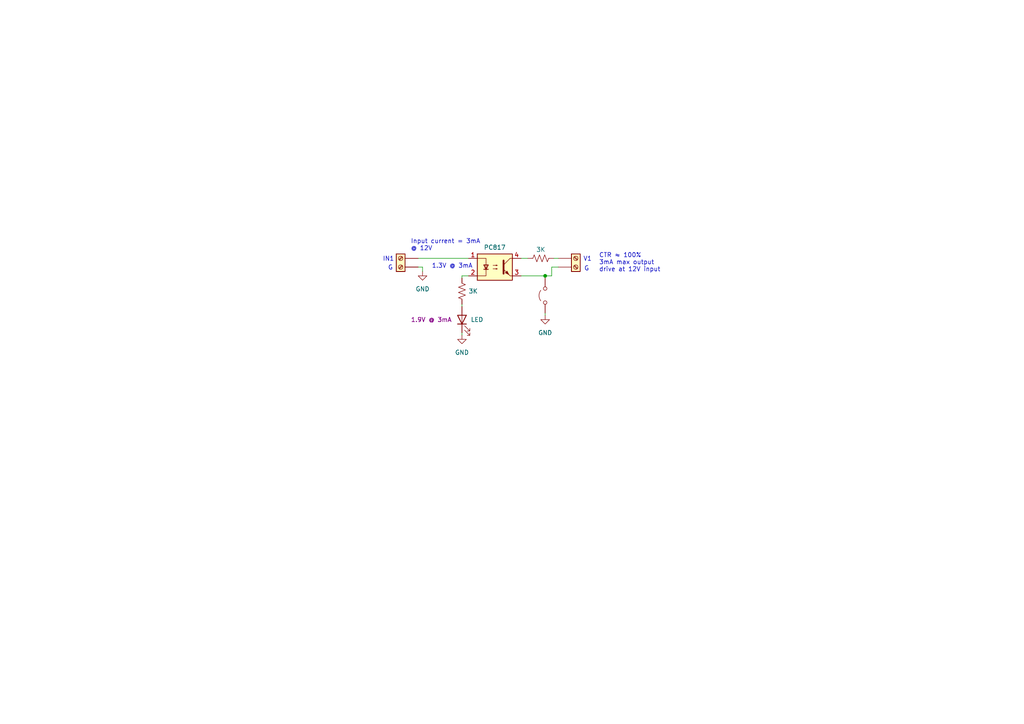
<source format=kicad_sch>
(kicad_sch (version 20211123) (generator eeschema)
  (paper "A4")
  (lib_symbols
    (symbol "Connector:Screw_Terminal_01x02" (pin_numbers hide) (pin_names (offset 1.016) hide)
      (property "Reference" "J" (at 0 2.54 0))
      (property "Value" "Screw_Terminal_01x02" (at 0 -5.08 0))
      (symbol "Screw_Terminal_01x02_1_1"
        (rectangle (start -1.27 1.27) (end 1.27 -3.81) (stroke (width 0.254)) (fill (type background)))
        (circle (center 0 -2.54) (radius 0.635) (stroke (width 0.1524)))
        (polyline (pts (xy -0.5334 -2.2098) (xy 0.3302 -3.048)) (stroke (width 0.1524)))
        (polyline (pts (xy -0.5334 0.3302) (xy 0.3302 -0.508)) (stroke (width 0.1524)))
        (polyline (pts (xy -0.3556 -2.032) (xy 0.508 -2.8702)) (stroke (width 0.1524)))
        (polyline (pts (xy -0.3556 0.508) (xy 0.508 -0.3302)) (stroke (width 0.1524)))
        (circle (center 0 0) (radius 0.635) (stroke (width 0.1524)))
        (pin passive line (at -5.08 0 0) (length 3.81) (name "Pin_1") (number "1"))
        (pin passive line (at -5.08 -2.54 0) (length 3.81) (name "Pin_2") (number "2"))
      )
    )
    (symbol "Device:LED" (pin_numbers hide) (pin_names (offset 1.016) hide)
      (property "Reference" "D" (at 0 2.54 0))
      (property "Value" "LED" (at 0 -2.54 0))
      (symbol "LED_0_1"
        (polyline (pts (xy -1.27 -1.27) (xy -1.27 1.27)) (stroke (width 0.254)))
        (polyline (pts (xy -1.27 0) (xy 1.27 0)))
        (polyline (pts (xy 1.27 -1.27) (xy 1.27 1.27) (xy -1.27 0) (xy 1.27 -1.27)) (stroke (width 0.254)))
        (polyline (pts (xy -3.048 -0.762) (xy -4.572 -2.286) (xy -3.81 -2.286) (xy -4.572 -2.286) (xy -4.572 -1.524)))
        (polyline (pts (xy -1.778 -0.762) (xy -3.302 -2.286) (xy -2.54 -2.286) (xy -3.302 -2.286) (xy -3.302 -1.524)))
      )
      (symbol "LED_1_1"
        (pin passive line (at -3.81 0 0) (length 2.54) (name "K") (number "1"))
        (pin passive line (at 3.81 0 180) (length 2.54) (name "A") (number "2"))
      )
    )
    (symbol "Device:R_US" (pin_numbers hide) (pin_names (offset 0))
      (property "Reference" "R" (at 2.54 0 90))
      (property "Value" "R_US" (at -2.54 0 90))
      (symbol "R_US_0_1"
        (polyline (pts (xy 0 -2.286) (xy 0 -2.54)))
        (polyline (pts (xy 0 2.286) (xy 0 2.54)))
        (polyline (pts (xy 0 -0.762) (xy 1.016 -1.143) (xy 0 -1.524) (xy -1.016 -1.905) (xy 0 -2.286)))
        (polyline (pts (xy 0 0.762) (xy 1.016 0.381) (xy 0 0) (xy -1.016 -0.381) (xy 0 -0.762)))
        (polyline (pts (xy 0 2.286) (xy 1.016 1.905) (xy 0 1.524) (xy -1.016 1.143) (xy 0 0.762)))
      )
      (symbol "R_US_1_1"
        (pin passive line (at 0 3.81 270) (length 1.27) (name "~") (number "1"))
        (pin passive line (at 0 -3.81 90) (length 1.27) (name "~") (number "2"))
      )
    )
    (symbol "Isolator:PC817" (pin_names (offset 1.016))
      (property "Reference" "U" (at -5.08 5.08 0))
      (property "Value" "PC817" (at 0 5.08 0))
      (symbol "PC817_0_1"
        (rectangle (start -5.08 3.81) (end 5.08 -3.81) (stroke (width 0.254)) (fill (type background)))
        (polyline (pts (xy -3.175 -0.635) (xy -1.905 -0.635)) (stroke (width 0.254)))
        (polyline (pts (xy 2.54 0.635) (xy 4.445 2.54)))
        (polyline (pts (xy 4.445 -2.54) (xy 2.54 -0.635)) (fill (type outline)))
        (polyline (pts (xy 4.445 -2.54) (xy 5.08 -2.54)))
        (polyline (pts (xy 4.445 2.54) (xy 5.08 2.54)))
        (polyline (pts (xy -5.08 2.54) (xy -2.54 2.54) (xy -2.54 -0.635)))
        (polyline (pts (xy -2.54 -0.635) (xy -2.54 -2.54) (xy -5.08 -2.54)))
        (polyline (pts (xy 2.54 1.905) (xy 2.54 -1.905) (xy 2.54 -1.905)) (stroke (width 0.508)))
        (polyline (pts (xy -2.54 -0.635) (xy -3.175 0.635) (xy -1.905 0.635) (xy -2.54 -0.635)) (stroke (width 0.254)))
        (polyline (pts (xy -0.508 -0.508) (xy 0.762 -0.508) (xy 0.381 -0.635) (xy 0.381 -0.381) (xy 0.762 -0.508)))
        (polyline (pts (xy -0.508 0.508) (xy 0.762 0.508) (xy 0.381 0.381) (xy 0.381 0.635) (xy 0.762 0.508)))
        (polyline (pts (xy 3.048 -1.651) (xy 3.556 -1.143) (xy 4.064 -2.159) (xy 3.048 -1.651) (xy 3.048 -1.651)) (fill (type outline)))
      )
      (symbol "PC817_1_1"
        (pin passive line (at -7.62 2.54 0) (length 2.54) (name "~") (number "1"))
        (pin passive line (at -7.62 -2.54 0) (length 2.54) (name "~") (number "2"))
        (pin passive line (at 7.62 -2.54 180) (length 2.54) (name "~") (number "3"))
        (pin passive line (at 7.62 2.54 180) (length 2.54) (name "~") (number "4"))
      )
    )
    (symbol "Jumper:Jumper_2_Open" (pin_numbers hide) (pin_names (offset 0) hide)
      (property "Reference" "JP" (at 0 2.794 0))
      (property "Value" "Jumper_2_Open" (at 0 -2.286 0))
      (symbol "Jumper_2_Open_0_0"
        (circle (center -2.032 0) (radius 0.508))
        (circle (center 2.032 0) (radius 0.508))
      )
      (symbol "Jumper_2_Open_0_1"
        (arc (start 1.524 1.27) (mid 0 1.778) (end -1.524 1.27))
      )
      (symbol "Jumper_2_Open_1_1"
        (pin passive line (at -5.08 0 0) (length 2.54) (name "A") (number "1"))
        (pin passive line (at 5.08 0 180) (length 2.54) (name "B") (number "2"))
      )
    )
    (symbol "Screw_Terminal_01x02_1" (pin_numbers hide) (pin_names (offset 1.016) hide)
      (property "Reference" "J" (at 0 2.54 0))
      (property "Value" "Screw_Terminal_01x02_1" (at 0 -5.08 0))
      (symbol "Screw_Terminal_01x02_1_1_1"
        (rectangle (start -1.27 1.27) (end 1.27 -3.81) (stroke (width 0.254)) (fill (type background)))
        (circle (center 0 -2.54) (radius 0.635) (stroke (width 0.1524)))
        (polyline (pts (xy -0.5334 -2.2098) (xy 0.3302 -3.048)) (stroke (width 0.1524)))
        (polyline (pts (xy -0.5334 0.3302) (xy 0.3302 -0.508)) (stroke (width 0.1524)))
        (polyline (pts (xy -0.3556 -2.032) (xy 0.508 -2.8702)) (stroke (width 0.1524)))
        (polyline (pts (xy -0.3556 0.508) (xy 0.508 -0.3302)) (stroke (width 0.1524)))
        (circle (center 0 0) (radius 0.635) (stroke (width 0.1524)))
        (pin passive line (at -5.08 0 0) (length 3.81) (name "Pin_1") (number "1"))
        (pin passive line (at -5.08 -2.54 0) (length 3.81) (name "Pin_2") (number "2"))
      )
    )
    (symbol "power:GND" (power) (pin_names (offset 0))
      (property "Value" "GND" (at 0 -3.81 0))
      (symbol "GND_0_1"
        (polyline (pts (xy 0 0) (xy 0 -1.27) (xy 1.27 -1.27) (xy 0 -2.54) (xy -1.27 -1.27) (xy 0 -1.27)))
      )
      (symbol "GND_1_1"
        (pin power_in line (at 0 0 270) (length 0) hide (name "GND") (number "1"))
      )
    )
  )
  (junction (at 158.115 80.01))
  (wire (pts (xy 133.985 88.265) (xy 133.985 88.9)))
  (wire (pts (xy 133.985 96.52) (xy 133.985 97.155)))
  (wire (pts (xy 133.985 80.01) (xy 133.985 80.645)))
  (wire (pts (xy 160.02 80.01) (xy 160.02 77.47)))
  (wire (pts (xy 121.285 74.93) (xy 135.89 74.93)))
  (wire (pts (xy 151.13 74.93) (xy 153.035 74.93)))
  (wire (pts (xy 158.115 90.805) (xy 158.115 91.44)))
  (wire (pts (xy 122.555 77.47) (xy 122.555 78.74)))
  (wire (pts (xy 121.285 77.47) (xy 122.555 77.47)))
  (wire (pts (xy 158.115 80.01) (xy 160.02 80.01)))
  (wire (pts (xy 151.13 80.01) (xy 158.115 80.01)))
  (wire (pts (xy 135.89 80.01) (xy 133.985 80.01)))
  (wire (pts (xy 158.115 80.01) (xy 158.115 80.645)))
  (wire (pts (xy 160.655 74.93) (xy 161.925 74.93)))
  (wire (pts (xy 160.02 77.47) (xy 161.925 77.47)))
  (text "1.3V @ 3mA" (at 125.222 77.978 0) (effects (font (size 1.27 1.27)) (justify left bottom)))
  (text "G" (at 112.522 78.486 0) (effects (font (size 1.27 1.27)) (justify left bottom)))
  (text "IN1" (at 110.998 75.946 0) (effects (font (size 1.27 1.27)) (justify left bottom)))
  (text "Input current = 3mA\n@ 12V" (at 119.126 72.898 0) (effects (font (size 1.27 1.27)) (justify left bottom)))
  (text "G" (at 169.418 78.74 0) (effects (font (size 1.27 1.27)) (justify left bottom)))
  (text "CTR ≈ 100%\n3mA max output\ndrive at 12V input" (at 173.736 78.994 0) (effects (font (size 1.27 1.27)) (justify left bottom)))
  (text "V1" (at 169.164 75.946 0) (effects (font (size 1.27 1.27)) (justify left bottom)))
  (symbol (lib_id "Jumper:Jumper_2_Open") (at 158.115 85.725 90) (unit 1)
    (property "Reference" "JP?" (effects hide))
    (property "Value" "Jumper_2_Open" (effects hide))
  )
  (symbol (lib_id "power:GND") (at 133.985 97.155 0) (unit 1)
    (property "Reference" "#PWR?" (effects hide))
    (property "Value" "GND" (at 133.985 102.235 0))
  )
  (symbol (lib_name "Screw_Terminal_01x02_1") (lib_id "Connector:Screw_Terminal_01x02") (at 116.205 74.93 0) (mirror y) (unit 1)
    (property "Reference" "J?" (effects hide))
    (property "Value" "Screw_Terminal_01x02" (effects hide))
  )
  (symbol (lib_id "Device:R_US") (at 156.845 74.93 270) (unit 1)
    (property "Reference" "R?" (effects hide))
    (property "Value" "3K" (at 156.845 72.39 90))
  )
  (symbol (lib_id "Device:R_US") (at 133.985 84.455 0) (unit 1)
    (property "Reference" "R?" (effects hide))
    (property "Value" "3K" (at 135.89 84.455 0) (effects (justify left)))
  )
  (symbol (lib_id "power:GND") (at 122.555 78.74 0) (unit 1)
    (property "Reference" "#PWR?" (effects hide))
    (property "Value" "GND" (at 122.555 83.82 0))
  )
  (symbol (lib_id "Isolator:PC817") (at 143.51 77.47 0) (unit 1)
    (property "Reference" "U?" (effects hide))
    (property "Value" "PC817" (at 143.51 71.755 0))
    (property "Footprint" "Package_DIP:DIP-4_W7.62mm" (effects hide))
    (property "Datasheet" "http://www.soselectronic.cz/a_info/resource/d/pc817.pdf" (effects hide))
  )
  (symbol (lib_id "power:GND") (at 158.115 91.44 0) (unit 1)
    (property "Reference" "#PWR?" (effects hide))
    (property "Value" "GND" (at 158.115 96.52 0))
  )
  (symbol (lib_id "Device:LED") (at 133.985 92.71 90) (unit 1)
    (property "Reference" "D?" (effects hide))
    (property "Value" "LED" (at 136.525 92.71 90) (effects (justify right)))
    (property "V " "1.9V @ 3mA" (at 125.095 92.71 90))
  )
  (symbol (lib_id "Connector:Screw_Terminal_01x02") (at 167.005 74.93 0) (unit 1)
    (property "Reference" "J?" (effects hide))
    (property "Value" "Screw_Terminal_01x02" (effects hide))
  )
)
</source>
